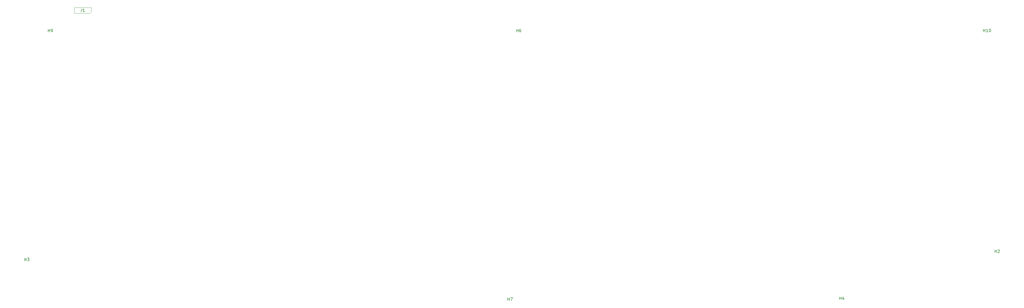
<source format=gbr>
G04 #@! TF.GenerationSoftware,KiCad,Pcbnew,(5.1.10)-1*
G04 #@! TF.CreationDate,2021-10-25T17:22:15+01:00*
G04 #@! TF.ProjectId,RGBSUB,52474253-5542-42e6-9b69-6361645f7063,Rev.1*
G04 #@! TF.SameCoordinates,Original*
G04 #@! TF.FileFunction,Other,Fab,Top*
%FSLAX46Y46*%
G04 Gerber Fmt 4.6, Leading zero omitted, Abs format (unit mm)*
G04 Created by KiCad (PCBNEW (5.1.10)-1) date 2021-10-25 17:22:15*
%MOMM*%
%LPD*%
G01*
G04 APERTURE LIST*
%ADD10C,0.100000*%
%ADD11C,0.150000*%
G04 APERTURE END LIST*
D10*
X57050000Y-107950000D02*
X63050000Y-107950000D01*
X57050000Y-109950000D02*
X57050000Y-107950000D01*
X62550000Y-109950000D02*
X57050000Y-109950000D01*
X63050000Y-109450000D02*
X62550000Y-109950000D01*
X63050000Y-107950000D02*
X63050000Y-109450000D01*
D11*
X59716666Y-108402380D02*
X59716666Y-109116666D01*
X59669047Y-109259523D01*
X59573809Y-109354761D01*
X59430952Y-109402380D01*
X59335714Y-109402380D01*
X60716666Y-109402380D02*
X60145238Y-109402380D01*
X60430952Y-109402380D02*
X60430952Y-108402380D01*
X60335714Y-108545238D01*
X60240476Y-108640476D01*
X60145238Y-108688095D01*
X375136904Y-116512380D02*
X375136904Y-115512380D01*
X375136904Y-115988571D02*
X375708333Y-115988571D01*
X375708333Y-116512380D02*
X375708333Y-115512380D01*
X376708333Y-116512380D02*
X376136904Y-116512380D01*
X376422619Y-116512380D02*
X376422619Y-115512380D01*
X376327380Y-115655238D01*
X376232142Y-115750476D01*
X376136904Y-115798095D01*
X377327380Y-115512380D02*
X377422619Y-115512380D01*
X377517857Y-115560000D01*
X377565476Y-115607619D01*
X377613095Y-115702857D01*
X377660714Y-115893333D01*
X377660714Y-116131428D01*
X377613095Y-116321904D01*
X377565476Y-116417142D01*
X377517857Y-116464761D01*
X377422619Y-116512380D01*
X377327380Y-116512380D01*
X377232142Y-116464761D01*
X377184523Y-116417142D01*
X377136904Y-116321904D01*
X377089285Y-116131428D01*
X377089285Y-115893333D01*
X377136904Y-115702857D01*
X377184523Y-115607619D01*
X377232142Y-115560000D01*
X377327380Y-115512380D01*
X47913095Y-116537380D02*
X47913095Y-115537380D01*
X47913095Y-116013571D02*
X48484523Y-116013571D01*
X48484523Y-116537380D02*
X48484523Y-115537380D01*
X49008333Y-116537380D02*
X49198809Y-116537380D01*
X49294047Y-116489761D01*
X49341666Y-116442142D01*
X49436904Y-116299285D01*
X49484523Y-116108809D01*
X49484523Y-115727857D01*
X49436904Y-115632619D01*
X49389285Y-115585000D01*
X49294047Y-115537380D01*
X49103571Y-115537380D01*
X49008333Y-115585000D01*
X48960714Y-115632619D01*
X48913095Y-115727857D01*
X48913095Y-115965952D01*
X48960714Y-116061190D01*
X49008333Y-116108809D01*
X49103571Y-116156428D01*
X49294047Y-116156428D01*
X49389285Y-116108809D01*
X49436904Y-116061190D01*
X49484523Y-115965952D01*
X208763095Y-210637380D02*
X208763095Y-209637380D01*
X208763095Y-210113571D02*
X209334523Y-210113571D01*
X209334523Y-210637380D02*
X209334523Y-209637380D01*
X209715476Y-209637380D02*
X210382142Y-209637380D01*
X209953571Y-210637380D01*
X211763095Y-116537380D02*
X211763095Y-115537380D01*
X211763095Y-116013571D02*
X212334523Y-116013571D01*
X212334523Y-116537380D02*
X212334523Y-115537380D01*
X213239285Y-115537380D02*
X213048809Y-115537380D01*
X212953571Y-115585000D01*
X212905952Y-115632619D01*
X212810714Y-115775476D01*
X212763095Y-115965952D01*
X212763095Y-116346904D01*
X212810714Y-116442142D01*
X212858333Y-116489761D01*
X212953571Y-116537380D01*
X213144047Y-116537380D01*
X213239285Y-116489761D01*
X213286904Y-116442142D01*
X213334523Y-116346904D01*
X213334523Y-116108809D01*
X213286904Y-116013571D01*
X213239285Y-115965952D01*
X213144047Y-115918333D01*
X212953571Y-115918333D01*
X212858333Y-115965952D01*
X212810714Y-116013571D01*
X212763095Y-116108809D01*
X324805095Y-210357380D02*
X324805095Y-209357380D01*
X324805095Y-209833571D02*
X325376523Y-209833571D01*
X325376523Y-210357380D02*
X325376523Y-209357380D01*
X326281285Y-209690714D02*
X326281285Y-210357380D01*
X326043190Y-209309761D02*
X325805095Y-210024047D01*
X326424142Y-210024047D01*
X39705095Y-196757380D02*
X39705095Y-195757380D01*
X39705095Y-196233571D02*
X40276523Y-196233571D01*
X40276523Y-196757380D02*
X40276523Y-195757380D01*
X40657476Y-195757380D02*
X41276523Y-195757380D01*
X40943190Y-196138333D01*
X41086047Y-196138333D01*
X41181285Y-196185952D01*
X41228904Y-196233571D01*
X41276523Y-196328809D01*
X41276523Y-196566904D01*
X41228904Y-196662142D01*
X41181285Y-196709761D01*
X41086047Y-196757380D01*
X40800333Y-196757380D01*
X40705095Y-196709761D01*
X40657476Y-196662142D01*
X379205095Y-193857380D02*
X379205095Y-192857380D01*
X379205095Y-193333571D02*
X379776523Y-193333571D01*
X379776523Y-193857380D02*
X379776523Y-192857380D01*
X380205095Y-192952619D02*
X380252714Y-192905000D01*
X380347952Y-192857380D01*
X380586047Y-192857380D01*
X380681285Y-192905000D01*
X380728904Y-192952619D01*
X380776523Y-193047857D01*
X380776523Y-193143095D01*
X380728904Y-193285952D01*
X380157476Y-193857380D01*
X380776523Y-193857380D01*
M02*

</source>
